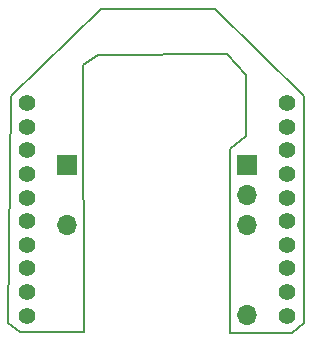
<source format=gbs>
G04 #@! TF.GenerationSoftware,KiCad,Pcbnew,7.99.0-unknown-4c4bbdc8f3~172~ubuntu22.04.1*
G04 #@! TF.CreationDate,2023-08-08T20:27:13+09:00*
G04 #@! TF.ProjectId,bGeigieCast V1.6.0(StampS3),62476569-6769-4654-9361-73742056312e,rev?*
G04 #@! TF.SameCoordinates,Original*
G04 #@! TF.FileFunction,Soldermask,Bot*
G04 #@! TF.FilePolarity,Negative*
%FSLAX46Y46*%
G04 Gerber Fmt 4.6, Leading zero omitted, Abs format (unit mm)*
G04 Created by KiCad (PCBNEW 7.99.0-unknown-4c4bbdc8f3~172~ubuntu22.04.1) date 2023-08-08 20:27:13*
%MOMM*%
%LPD*%
G01*
G04 APERTURE LIST*
%ADD10R,1.700000X1.700000*%
%ADD11O,1.700000X1.700000*%
%ADD12C,1.400000*%
G04 #@! TA.AperFunction,Profile*
%ADD13C,0.150000*%
G04 #@! TD*
G04 APERTURE END LIST*
D10*
X156050000Y-104592000D03*
D11*
X156050000Y-107132000D03*
X156050000Y-109672000D03*
X156050000Y-117292000D03*
D10*
X140796000Y-104592000D03*
D11*
X140796000Y-109672000D03*
D12*
X137400000Y-99350000D03*
X137400000Y-101350000D03*
X137400000Y-103350000D03*
X137400000Y-105350000D03*
X137400000Y-107350000D03*
X137400000Y-109350000D03*
X137400000Y-111350000D03*
X137400000Y-113350000D03*
X137400000Y-115350000D03*
X137400000Y-117350000D03*
X159400000Y-117350000D03*
X159400000Y-115350000D03*
X159400000Y-113350000D03*
X159400000Y-111350000D03*
X159400000Y-109350000D03*
X159400000Y-107350000D03*
X159400000Y-105350000D03*
X159400000Y-103350000D03*
X159400000Y-101350000D03*
X159400000Y-99350000D03*
D13*
X135836040Y-117988000D02*
X136850000Y-118750000D01*
X136050000Y-98750000D02*
X135836040Y-117988000D01*
X142273000Y-118741000D02*
X136850000Y-118750000D01*
X159832000Y-118816000D02*
X154593020Y-118816000D01*
X160850000Y-117950000D02*
X160866000Y-98766000D01*
X143670000Y-91384000D02*
X136050000Y-98750000D01*
X160850000Y-117950000D02*
X159832000Y-118816000D01*
X142185490Y-96164000D02*
X142273000Y-118741000D01*
X155969255Y-102138500D02*
X154592000Y-103235500D01*
X154338000Y-95194000D02*
X155989000Y-96972000D01*
X154592000Y-103235500D02*
X154593020Y-118816000D01*
X153322000Y-91384000D02*
X143670000Y-91384000D01*
X143416000Y-95240000D02*
X142185490Y-96164000D01*
X154338000Y-95194000D02*
X143416000Y-95240000D01*
X155989000Y-96972000D02*
X155969255Y-102138500D01*
X153322000Y-91384000D02*
X160866000Y-98766000D01*
M02*

</source>
